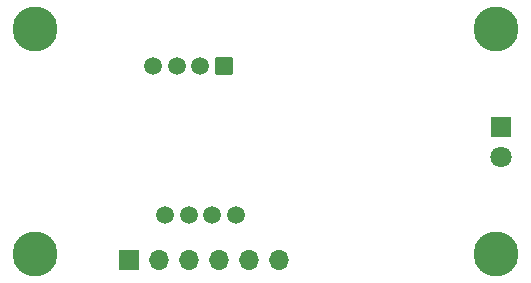
<source format=gbs>
%TF.GenerationSoftware,KiCad,Pcbnew,8.0.1*%
%TF.CreationDate,2024-09-21T06:00:00+02:00*%
%TF.ProjectId,PMW3360,504d5733-3336-4302-9e6b-696361645f70,rev?*%
%TF.SameCoordinates,Original*%
%TF.FileFunction,Soldermask,Bot*%
%TF.FilePolarity,Negative*%
%FSLAX46Y46*%
G04 Gerber Fmt 4.6, Leading zero omitted, Abs format (unit mm)*
G04 Created by KiCad (PCBNEW 8.0.1) date 2024-09-21 06:00:00*
%MOMM*%
%LPD*%
G01*
G04 APERTURE LIST*
G04 Aperture macros list*
%AMRoundRect*
0 Rectangle with rounded corners*
0 $1 Rounding radius*
0 $2 $3 $4 $5 $6 $7 $8 $9 X,Y pos of 4 corners*
0 Add a 4 corners polygon primitive as box body*
4,1,4,$2,$3,$4,$5,$6,$7,$8,$9,$2,$3,0*
0 Add four circle primitives for the rounded corners*
1,1,$1+$1,$2,$3*
1,1,$1+$1,$4,$5*
1,1,$1+$1,$6,$7*
1,1,$1+$1,$8,$9*
0 Add four rect primitives between the rounded corners*
20,1,$1+$1,$2,$3,$4,$5,0*
20,1,$1+$1,$4,$5,$6,$7,0*
20,1,$1+$1,$6,$7,$8,$9,0*
20,1,$1+$1,$8,$9,$2,$3,0*%
G04 Aperture macros list end*
%ADD10C,3.800000*%
%ADD11RoundRect,0.102000X-0.654000X-0.654000X0.654000X-0.654000X0.654000X0.654000X-0.654000X0.654000X0*%
%ADD12C,1.512000*%
%ADD13R,1.800000X1.800000*%
%ADD14C,1.800000*%
%ADD15O,1.700000X1.700000*%
%ADD16R,1.700000X1.700000*%
G04 APERTURE END LIST*
D10*
X179000000Y-78000000D03*
D11*
X156000000Y-81125000D03*
D12*
X154000000Y-81125000D03*
X152000000Y-81125000D03*
X150000000Y-81125000D03*
X151000000Y-93725000D03*
X153000000Y-93725000D03*
X155000000Y-93725000D03*
X157000000Y-93725000D03*
D13*
X179475000Y-86225000D03*
D14*
X179475000Y-88765000D03*
D10*
X179000000Y-97000000D03*
X140000000Y-97000000D03*
X140000000Y-78000000D03*
D15*
X160620000Y-97500000D03*
X158080000Y-97500000D03*
X155540000Y-97500000D03*
X153000000Y-97500000D03*
X150460000Y-97500000D03*
D16*
X147920000Y-97500000D03*
M02*

</source>
